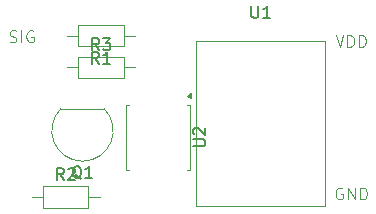
<source format=gbr>
%TF.GenerationSoftware,KiCad,Pcbnew,8.0.6*%
%TF.CreationDate,2024-12-07T18:41:02+09:00*%
%TF.ProjectId,ActuKit,41637475-4b69-4742-9e6b-696361645f70,rev?*%
%TF.SameCoordinates,Original*%
%TF.FileFunction,Legend,Top*%
%TF.FilePolarity,Positive*%
%FSLAX46Y46*%
G04 Gerber Fmt 4.6, Leading zero omitted, Abs format (unit mm)*
G04 Created by KiCad (PCBNEW 8.0.6) date 2024-12-07 18:41:02*
%MOMM*%
%LPD*%
G01*
G04 APERTURE LIST*
%ADD10C,0.100000*%
%ADD11C,0.150000*%
%ADD12C,0.120000*%
G04 APERTURE END LIST*
D10*
X130256265Y-102524800D02*
X130399122Y-102572419D01*
X130399122Y-102572419D02*
X130637217Y-102572419D01*
X130637217Y-102572419D02*
X130732455Y-102524800D01*
X130732455Y-102524800D02*
X130780074Y-102477180D01*
X130780074Y-102477180D02*
X130827693Y-102381942D01*
X130827693Y-102381942D02*
X130827693Y-102286704D01*
X130827693Y-102286704D02*
X130780074Y-102191466D01*
X130780074Y-102191466D02*
X130732455Y-102143847D01*
X130732455Y-102143847D02*
X130637217Y-102096228D01*
X130637217Y-102096228D02*
X130446741Y-102048609D01*
X130446741Y-102048609D02*
X130351503Y-102000990D01*
X130351503Y-102000990D02*
X130303884Y-101953371D01*
X130303884Y-101953371D02*
X130256265Y-101858133D01*
X130256265Y-101858133D02*
X130256265Y-101762895D01*
X130256265Y-101762895D02*
X130303884Y-101667657D01*
X130303884Y-101667657D02*
X130351503Y-101620038D01*
X130351503Y-101620038D02*
X130446741Y-101572419D01*
X130446741Y-101572419D02*
X130684836Y-101572419D01*
X130684836Y-101572419D02*
X130827693Y-101620038D01*
X131256265Y-102572419D02*
X131256265Y-101572419D01*
X132256264Y-101620038D02*
X132161026Y-101572419D01*
X132161026Y-101572419D02*
X132018169Y-101572419D01*
X132018169Y-101572419D02*
X131875312Y-101620038D01*
X131875312Y-101620038D02*
X131780074Y-101715276D01*
X131780074Y-101715276D02*
X131732455Y-101810514D01*
X131732455Y-101810514D02*
X131684836Y-102000990D01*
X131684836Y-102000990D02*
X131684836Y-102143847D01*
X131684836Y-102143847D02*
X131732455Y-102334323D01*
X131732455Y-102334323D02*
X131780074Y-102429561D01*
X131780074Y-102429561D02*
X131875312Y-102524800D01*
X131875312Y-102524800D02*
X132018169Y-102572419D01*
X132018169Y-102572419D02*
X132113407Y-102572419D01*
X132113407Y-102572419D02*
X132256264Y-102524800D01*
X132256264Y-102524800D02*
X132303883Y-102477180D01*
X132303883Y-102477180D02*
X132303883Y-102143847D01*
X132303883Y-102143847D02*
X132113407Y-102143847D01*
X158427693Y-114920038D02*
X158332455Y-114872419D01*
X158332455Y-114872419D02*
X158189598Y-114872419D01*
X158189598Y-114872419D02*
X158046741Y-114920038D01*
X158046741Y-114920038D02*
X157951503Y-115015276D01*
X157951503Y-115015276D02*
X157903884Y-115110514D01*
X157903884Y-115110514D02*
X157856265Y-115300990D01*
X157856265Y-115300990D02*
X157856265Y-115443847D01*
X157856265Y-115443847D02*
X157903884Y-115634323D01*
X157903884Y-115634323D02*
X157951503Y-115729561D01*
X157951503Y-115729561D02*
X158046741Y-115824800D01*
X158046741Y-115824800D02*
X158189598Y-115872419D01*
X158189598Y-115872419D02*
X158284836Y-115872419D01*
X158284836Y-115872419D02*
X158427693Y-115824800D01*
X158427693Y-115824800D02*
X158475312Y-115777180D01*
X158475312Y-115777180D02*
X158475312Y-115443847D01*
X158475312Y-115443847D02*
X158284836Y-115443847D01*
X158903884Y-115872419D02*
X158903884Y-114872419D01*
X158903884Y-114872419D02*
X159475312Y-115872419D01*
X159475312Y-115872419D02*
X159475312Y-114872419D01*
X159951503Y-115872419D02*
X159951503Y-114872419D01*
X159951503Y-114872419D02*
X160189598Y-114872419D01*
X160189598Y-114872419D02*
X160332455Y-114920038D01*
X160332455Y-114920038D02*
X160427693Y-115015276D01*
X160427693Y-115015276D02*
X160475312Y-115110514D01*
X160475312Y-115110514D02*
X160522931Y-115300990D01*
X160522931Y-115300990D02*
X160522931Y-115443847D01*
X160522931Y-115443847D02*
X160475312Y-115634323D01*
X160475312Y-115634323D02*
X160427693Y-115729561D01*
X160427693Y-115729561D02*
X160332455Y-115824800D01*
X160332455Y-115824800D02*
X160189598Y-115872419D01*
X160189598Y-115872419D02*
X159951503Y-115872419D01*
X157861027Y-101972419D02*
X158194360Y-102972419D01*
X158194360Y-102972419D02*
X158527693Y-101972419D01*
X158861027Y-102972419D02*
X158861027Y-101972419D01*
X158861027Y-101972419D02*
X159099122Y-101972419D01*
X159099122Y-101972419D02*
X159241979Y-102020038D01*
X159241979Y-102020038D02*
X159337217Y-102115276D01*
X159337217Y-102115276D02*
X159384836Y-102210514D01*
X159384836Y-102210514D02*
X159432455Y-102400990D01*
X159432455Y-102400990D02*
X159432455Y-102543847D01*
X159432455Y-102543847D02*
X159384836Y-102734323D01*
X159384836Y-102734323D02*
X159337217Y-102829561D01*
X159337217Y-102829561D02*
X159241979Y-102924800D01*
X159241979Y-102924800D02*
X159099122Y-102972419D01*
X159099122Y-102972419D02*
X158861027Y-102972419D01*
X159861027Y-102972419D02*
X159861027Y-101972419D01*
X159861027Y-101972419D02*
X160099122Y-101972419D01*
X160099122Y-101972419D02*
X160241979Y-102020038D01*
X160241979Y-102020038D02*
X160337217Y-102115276D01*
X160337217Y-102115276D02*
X160384836Y-102210514D01*
X160384836Y-102210514D02*
X160432455Y-102400990D01*
X160432455Y-102400990D02*
X160432455Y-102543847D01*
X160432455Y-102543847D02*
X160384836Y-102734323D01*
X160384836Y-102734323D02*
X160337217Y-102829561D01*
X160337217Y-102829561D02*
X160241979Y-102924800D01*
X160241979Y-102924800D02*
X160099122Y-102972419D01*
X160099122Y-102972419D02*
X159861027Y-102972419D01*
D11*
X145814819Y-111361904D02*
X146624342Y-111361904D01*
X146624342Y-111361904D02*
X146719580Y-111314285D01*
X146719580Y-111314285D02*
X146767200Y-111266666D01*
X146767200Y-111266666D02*
X146814819Y-111171428D01*
X146814819Y-111171428D02*
X146814819Y-110980952D01*
X146814819Y-110980952D02*
X146767200Y-110885714D01*
X146767200Y-110885714D02*
X146719580Y-110838095D01*
X146719580Y-110838095D02*
X146624342Y-110790476D01*
X146624342Y-110790476D02*
X145814819Y-110790476D01*
X145910057Y-110361904D02*
X145862438Y-110314285D01*
X145862438Y-110314285D02*
X145814819Y-110219047D01*
X145814819Y-110219047D02*
X145814819Y-109980952D01*
X145814819Y-109980952D02*
X145862438Y-109885714D01*
X145862438Y-109885714D02*
X145910057Y-109838095D01*
X145910057Y-109838095D02*
X146005295Y-109790476D01*
X146005295Y-109790476D02*
X146100533Y-109790476D01*
X146100533Y-109790476D02*
X146243390Y-109838095D01*
X146243390Y-109838095D02*
X146814819Y-110409523D01*
X146814819Y-110409523D02*
X146814819Y-109790476D01*
X150738095Y-99504819D02*
X150738095Y-100314342D01*
X150738095Y-100314342D02*
X150785714Y-100409580D01*
X150785714Y-100409580D02*
X150833333Y-100457200D01*
X150833333Y-100457200D02*
X150928571Y-100504819D01*
X150928571Y-100504819D02*
X151119047Y-100504819D01*
X151119047Y-100504819D02*
X151214285Y-100457200D01*
X151214285Y-100457200D02*
X151261904Y-100409580D01*
X151261904Y-100409580D02*
X151309523Y-100314342D01*
X151309523Y-100314342D02*
X151309523Y-99504819D01*
X152309523Y-100504819D02*
X151738095Y-100504819D01*
X152023809Y-100504819D02*
X152023809Y-99504819D01*
X152023809Y-99504819D02*
X151928571Y-99647676D01*
X151928571Y-99647676D02*
X151833333Y-99742914D01*
X151833333Y-99742914D02*
X151738095Y-99790533D01*
X137843333Y-103234819D02*
X137510000Y-102758628D01*
X137271905Y-103234819D02*
X137271905Y-102234819D01*
X137271905Y-102234819D02*
X137652857Y-102234819D01*
X137652857Y-102234819D02*
X137748095Y-102282438D01*
X137748095Y-102282438D02*
X137795714Y-102330057D01*
X137795714Y-102330057D02*
X137843333Y-102425295D01*
X137843333Y-102425295D02*
X137843333Y-102568152D01*
X137843333Y-102568152D02*
X137795714Y-102663390D01*
X137795714Y-102663390D02*
X137748095Y-102711009D01*
X137748095Y-102711009D02*
X137652857Y-102758628D01*
X137652857Y-102758628D02*
X137271905Y-102758628D01*
X138176667Y-102234819D02*
X138795714Y-102234819D01*
X138795714Y-102234819D02*
X138462381Y-102615771D01*
X138462381Y-102615771D02*
X138605238Y-102615771D01*
X138605238Y-102615771D02*
X138700476Y-102663390D01*
X138700476Y-102663390D02*
X138748095Y-102711009D01*
X138748095Y-102711009D02*
X138795714Y-102806247D01*
X138795714Y-102806247D02*
X138795714Y-103044342D01*
X138795714Y-103044342D02*
X138748095Y-103139580D01*
X138748095Y-103139580D02*
X138700476Y-103187200D01*
X138700476Y-103187200D02*
X138605238Y-103234819D01*
X138605238Y-103234819D02*
X138319524Y-103234819D01*
X138319524Y-103234819D02*
X138224286Y-103187200D01*
X138224286Y-103187200D02*
X138176667Y-103139580D01*
X134843333Y-114234819D02*
X134510000Y-113758628D01*
X134271905Y-114234819D02*
X134271905Y-113234819D01*
X134271905Y-113234819D02*
X134652857Y-113234819D01*
X134652857Y-113234819D02*
X134748095Y-113282438D01*
X134748095Y-113282438D02*
X134795714Y-113330057D01*
X134795714Y-113330057D02*
X134843333Y-113425295D01*
X134843333Y-113425295D02*
X134843333Y-113568152D01*
X134843333Y-113568152D02*
X134795714Y-113663390D01*
X134795714Y-113663390D02*
X134748095Y-113711009D01*
X134748095Y-113711009D02*
X134652857Y-113758628D01*
X134652857Y-113758628D02*
X134271905Y-113758628D01*
X135224286Y-113330057D02*
X135271905Y-113282438D01*
X135271905Y-113282438D02*
X135367143Y-113234819D01*
X135367143Y-113234819D02*
X135605238Y-113234819D01*
X135605238Y-113234819D02*
X135700476Y-113282438D01*
X135700476Y-113282438D02*
X135748095Y-113330057D01*
X135748095Y-113330057D02*
X135795714Y-113425295D01*
X135795714Y-113425295D02*
X135795714Y-113520533D01*
X135795714Y-113520533D02*
X135748095Y-113663390D01*
X135748095Y-113663390D02*
X135176667Y-114234819D01*
X135176667Y-114234819D02*
X135795714Y-114234819D01*
X137823333Y-104374819D02*
X137490000Y-103898628D01*
X137251905Y-104374819D02*
X137251905Y-103374819D01*
X137251905Y-103374819D02*
X137632857Y-103374819D01*
X137632857Y-103374819D02*
X137728095Y-103422438D01*
X137728095Y-103422438D02*
X137775714Y-103470057D01*
X137775714Y-103470057D02*
X137823333Y-103565295D01*
X137823333Y-103565295D02*
X137823333Y-103708152D01*
X137823333Y-103708152D02*
X137775714Y-103803390D01*
X137775714Y-103803390D02*
X137728095Y-103851009D01*
X137728095Y-103851009D02*
X137632857Y-103898628D01*
X137632857Y-103898628D02*
X137251905Y-103898628D01*
X138775714Y-104374819D02*
X138204286Y-104374819D01*
X138490000Y-104374819D02*
X138490000Y-103374819D01*
X138490000Y-103374819D02*
X138394762Y-103517676D01*
X138394762Y-103517676D02*
X138299524Y-103612914D01*
X138299524Y-103612914D02*
X138204286Y-103660533D01*
X136334761Y-114150057D02*
X136239523Y-114102438D01*
X136239523Y-114102438D02*
X136144285Y-114007200D01*
X136144285Y-114007200D02*
X136001428Y-113864342D01*
X136001428Y-113864342D02*
X135906190Y-113816723D01*
X135906190Y-113816723D02*
X135810952Y-113816723D01*
X135858571Y-114054819D02*
X135763333Y-114007200D01*
X135763333Y-114007200D02*
X135668095Y-113911961D01*
X135668095Y-113911961D02*
X135620476Y-113721485D01*
X135620476Y-113721485D02*
X135620476Y-113388152D01*
X135620476Y-113388152D02*
X135668095Y-113197676D01*
X135668095Y-113197676D02*
X135763333Y-113102438D01*
X135763333Y-113102438D02*
X135858571Y-113054819D01*
X135858571Y-113054819D02*
X136049047Y-113054819D01*
X136049047Y-113054819D02*
X136144285Y-113102438D01*
X136144285Y-113102438D02*
X136239523Y-113197676D01*
X136239523Y-113197676D02*
X136287142Y-113388152D01*
X136287142Y-113388152D02*
X136287142Y-113721485D01*
X136287142Y-113721485D02*
X136239523Y-113911961D01*
X136239523Y-113911961D02*
X136144285Y-114007200D01*
X136144285Y-114007200D02*
X136049047Y-114054819D01*
X136049047Y-114054819D02*
X135858571Y-114054819D01*
X137239523Y-114054819D02*
X136668095Y-114054819D01*
X136953809Y-114054819D02*
X136953809Y-113054819D01*
X136953809Y-113054819D02*
X136858571Y-113197676D01*
X136858571Y-113197676D02*
X136763333Y-113292914D01*
X136763333Y-113292914D02*
X136668095Y-113340533D01*
D12*
%TO.C,U2*%
X145525000Y-107850000D02*
X145265000Y-107850000D01*
X140075000Y-107850000D02*
X140335000Y-107850000D01*
X145525000Y-110600000D02*
X145525000Y-107850000D01*
X145525000Y-110600000D02*
X145525000Y-113350000D01*
X140075000Y-110600000D02*
X140075000Y-107850000D01*
X140075000Y-110600000D02*
X140075000Y-113350000D01*
X145525000Y-113350000D02*
X145265000Y-113350000D01*
X140075000Y-113350000D02*
X140335000Y-113350000D01*
X145595000Y-107320000D02*
X145265000Y-107080000D01*
X145595000Y-106840000D01*
X145595000Y-107320000D01*
G36*
X145595000Y-107320000D02*
G01*
X145265000Y-107080000D01*
X145595000Y-106840000D01*
X145595000Y-107320000D01*
G37*
%TO.C,U1*%
X146000000Y-102450000D02*
X157000000Y-102450000D01*
X157000000Y-116450000D01*
X146000000Y-116450000D01*
X146000000Y-102450000D01*
%TO.C,R3*%
X135140000Y-104700000D02*
X136090000Y-104700000D01*
X136090000Y-103780000D02*
X136090000Y-105620000D01*
X136090000Y-105620000D02*
X139930000Y-105620000D01*
X139930000Y-103780000D02*
X136090000Y-103780000D01*
X139930000Y-105620000D02*
X139930000Y-103780000D01*
X140880000Y-104700000D02*
X139930000Y-104700000D01*
%TO.C,R2*%
X132140000Y-115700000D02*
X133090000Y-115700000D01*
X133090000Y-114780000D02*
X133090000Y-116620000D01*
X133090000Y-116620000D02*
X136930000Y-116620000D01*
X136930000Y-114780000D02*
X133090000Y-114780000D01*
X136930000Y-116620000D02*
X136930000Y-114780000D01*
X137880000Y-115700000D02*
X136930000Y-115700000D01*
%TO.C,R1*%
X140860000Y-102000000D02*
X139910000Y-102000000D01*
X139910000Y-102920000D02*
X139910000Y-101080000D01*
X139910000Y-101080000D02*
X136070000Y-101080000D01*
X136070000Y-102920000D02*
X139910000Y-102920000D01*
X136070000Y-101080000D02*
X136070000Y-102920000D01*
X135120000Y-102000000D02*
X136070000Y-102000000D01*
%TO.C,Q1*%
X138230000Y-108190000D02*
X134630000Y-108190000D01*
X138268478Y-108201522D02*
G75*
G02*
X136430000Y-112640001I-1838478J-1838478D01*
G01*
X136430000Y-112640000D02*
G75*
G02*
X134591522Y-108201522I0J2600000D01*
G01*
%TD*%
M02*

</source>
